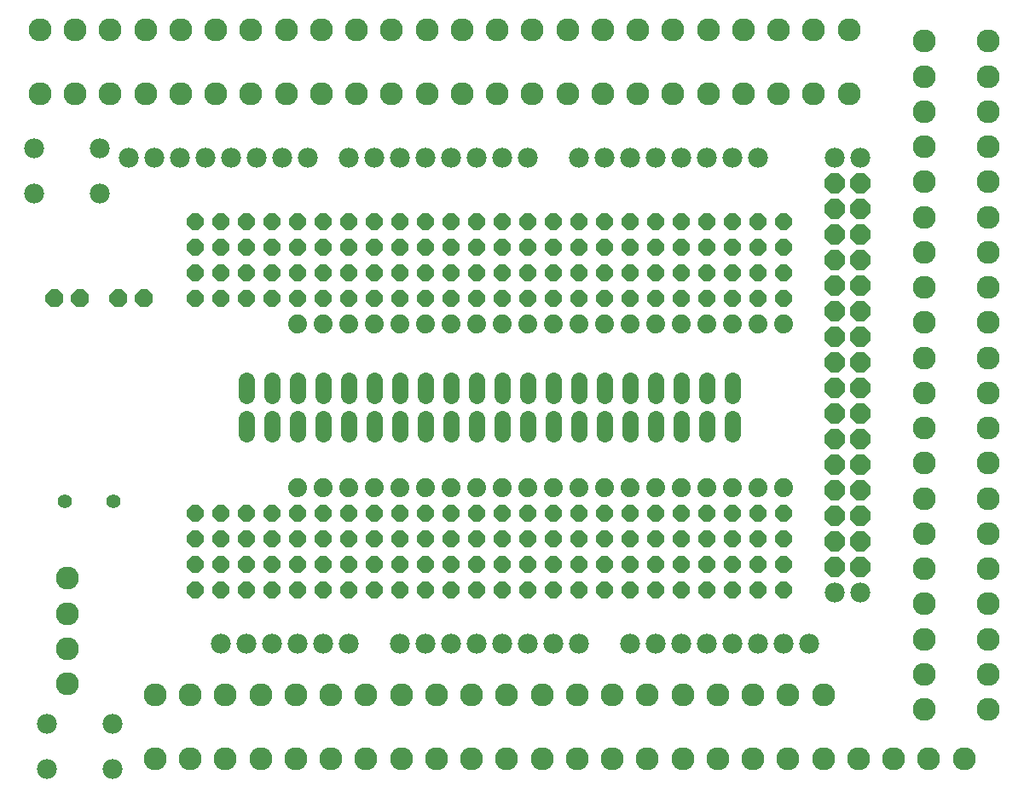
<source format=gts>
G75*
%MOIN*%
%OFA0B0*%
%FSLAX25Y25*%
%IPPOS*%
%LPD*%
%AMOC8*
5,1,8,0,0,1.08239X$1,22.5*
%
%ADD10C,0.06400*%
%ADD11C,0.09000*%
%ADD12OC8,0.06400*%
%ADD13OC8,0.07000*%
%ADD14C,0.07800*%
%ADD15OC8,0.07800*%
%ADD16C,0.07400*%
%ADD17C,0.05600*%
D10*
X0145000Y0145124D02*
X0145000Y0151124D01*
X0145000Y0160124D02*
X0145000Y0166124D01*
X0155000Y0166124D02*
X0155000Y0160124D01*
X0155000Y0151124D02*
X0155000Y0145124D01*
X0165000Y0145124D02*
X0165000Y0151124D01*
X0165000Y0160124D02*
X0165000Y0166124D01*
X0175000Y0166124D02*
X0175000Y0160124D01*
X0175000Y0151124D02*
X0175000Y0145124D01*
X0185000Y0145124D02*
X0185000Y0151124D01*
X0185000Y0160124D02*
X0185000Y0166124D01*
X0195000Y0166124D02*
X0195000Y0160124D01*
X0195000Y0151124D02*
X0195000Y0145124D01*
X0205000Y0145124D02*
X0205000Y0151124D01*
X0205000Y0160124D02*
X0205000Y0166124D01*
X0215000Y0166124D02*
X0215000Y0160124D01*
X0215000Y0151124D02*
X0215000Y0145124D01*
X0225000Y0145124D02*
X0225000Y0151124D01*
X0225000Y0160124D02*
X0225000Y0166124D01*
X0235000Y0166124D02*
X0235000Y0160124D01*
X0235000Y0151124D02*
X0235000Y0145124D01*
X0245000Y0145124D02*
X0245000Y0151124D01*
X0245000Y0160124D02*
X0245000Y0166124D01*
X0255000Y0166124D02*
X0255000Y0160124D01*
X0255000Y0151124D02*
X0255000Y0145124D01*
X0265000Y0145124D02*
X0265000Y0151124D01*
X0265000Y0160124D02*
X0265000Y0166124D01*
X0275000Y0166124D02*
X0275000Y0160124D01*
X0275000Y0151124D02*
X0275000Y0145124D01*
X0285000Y0145124D02*
X0285000Y0151124D01*
X0285000Y0160124D02*
X0285000Y0166124D01*
X0295000Y0166124D02*
X0295000Y0160124D01*
X0295000Y0151124D02*
X0295000Y0145124D01*
X0305000Y0145124D02*
X0305000Y0151124D01*
X0305000Y0160124D02*
X0305000Y0166124D01*
X0315000Y0166124D02*
X0315000Y0160124D01*
X0315000Y0151124D02*
X0315000Y0145124D01*
X0325000Y0145124D02*
X0325000Y0151124D01*
X0325000Y0160124D02*
X0325000Y0166124D01*
X0335000Y0166124D02*
X0335000Y0160124D01*
X0335000Y0151124D02*
X0335000Y0145124D01*
D11*
X0410000Y0147455D03*
X0410000Y0133794D03*
X0410000Y0120014D03*
X0410000Y0106235D03*
X0410000Y0092455D03*
X0410000Y0078794D03*
X0410000Y0065014D03*
X0410000Y0051235D03*
X0410000Y0037455D03*
X0435000Y0037455D03*
X0435000Y0051235D03*
X0435000Y0065014D03*
X0435000Y0078794D03*
X0435000Y0092455D03*
X0435000Y0106235D03*
X0435000Y0120014D03*
X0435000Y0133794D03*
X0435000Y0147455D03*
X0435000Y0161235D03*
X0435000Y0175014D03*
X0435000Y0188794D03*
X0435000Y0202455D03*
X0435000Y0216235D03*
X0435000Y0230014D03*
X0435000Y0243794D03*
X0435000Y0257455D03*
X0435000Y0271235D03*
X0435000Y0285014D03*
X0435000Y0298794D03*
X0410000Y0298794D03*
X0410000Y0285014D03*
X0410000Y0271235D03*
X0410000Y0257455D03*
X0410000Y0243794D03*
X0410000Y0230014D03*
X0410000Y0216235D03*
X0410000Y0202455D03*
X0410000Y0188794D03*
X0410000Y0175014D03*
X0410000Y0161235D03*
X0380669Y0278124D03*
X0366890Y0278124D03*
X0353110Y0278124D03*
X0339331Y0278124D03*
X0325669Y0278124D03*
X0311890Y0278124D03*
X0298110Y0278124D03*
X0284331Y0278124D03*
X0270669Y0278124D03*
X0256890Y0278124D03*
X0243110Y0278124D03*
X0229331Y0278124D03*
X0215669Y0278124D03*
X0201890Y0278124D03*
X0188110Y0278124D03*
X0174331Y0278124D03*
X0160669Y0278124D03*
X0146890Y0278124D03*
X0133110Y0278124D03*
X0119331Y0278124D03*
X0105669Y0278124D03*
X0091890Y0278124D03*
X0078110Y0278124D03*
X0064331Y0278124D03*
X0064331Y0303124D03*
X0078110Y0303124D03*
X0091890Y0303124D03*
X0105669Y0303124D03*
X0119331Y0303124D03*
X0133110Y0303124D03*
X0146890Y0303124D03*
X0160669Y0303124D03*
X0174331Y0303124D03*
X0188110Y0303124D03*
X0201890Y0303124D03*
X0215669Y0303124D03*
X0229331Y0303124D03*
X0243110Y0303124D03*
X0256890Y0303124D03*
X0270669Y0303124D03*
X0284331Y0303124D03*
X0298110Y0303124D03*
X0311890Y0303124D03*
X0325669Y0303124D03*
X0339331Y0303124D03*
X0353110Y0303124D03*
X0366890Y0303124D03*
X0380669Y0303124D03*
X0075000Y0088794D03*
X0075000Y0075014D03*
X0075000Y0061235D03*
X0075000Y0047455D03*
X0109331Y0043124D03*
X0123110Y0043124D03*
X0136890Y0043124D03*
X0150669Y0043124D03*
X0164331Y0043124D03*
X0178110Y0043124D03*
X0191890Y0043124D03*
X0205669Y0043124D03*
X0219331Y0043124D03*
X0233110Y0043124D03*
X0246890Y0043124D03*
X0260669Y0043124D03*
X0274331Y0043124D03*
X0288110Y0043124D03*
X0301890Y0043124D03*
X0315669Y0043124D03*
X0329331Y0043124D03*
X0343110Y0043124D03*
X0356890Y0043124D03*
X0370669Y0043124D03*
X0370669Y0018124D03*
X0384331Y0018124D03*
X0398110Y0018124D03*
X0411890Y0018124D03*
X0425669Y0018124D03*
X0356890Y0018124D03*
X0343110Y0018124D03*
X0329331Y0018124D03*
X0315669Y0018124D03*
X0301890Y0018124D03*
X0288110Y0018124D03*
X0274331Y0018124D03*
X0260669Y0018124D03*
X0246890Y0018124D03*
X0233110Y0018124D03*
X0219331Y0018124D03*
X0205669Y0018124D03*
X0191890Y0018124D03*
X0178110Y0018124D03*
X0164331Y0018124D03*
X0150669Y0018124D03*
X0136890Y0018124D03*
X0123110Y0018124D03*
X0109331Y0018124D03*
D12*
X0125000Y0084253D03*
X0135000Y0084253D03*
X0145000Y0084253D03*
X0155000Y0084253D03*
X0165000Y0084253D03*
X0175000Y0084253D03*
X0185000Y0084253D03*
X0195000Y0084253D03*
X0205000Y0084253D03*
X0215000Y0084253D03*
X0225000Y0084253D03*
X0235000Y0084253D03*
X0245000Y0084253D03*
X0255000Y0084253D03*
X0265000Y0084253D03*
X0275000Y0084253D03*
X0285000Y0084253D03*
X0295000Y0084253D03*
X0305000Y0084253D03*
X0315000Y0084253D03*
X0325000Y0084253D03*
X0335000Y0084253D03*
X0345000Y0084253D03*
X0355000Y0084253D03*
X0355000Y0094253D03*
X0345000Y0094253D03*
X0335000Y0094253D03*
X0325000Y0094253D03*
X0315000Y0094253D03*
X0305000Y0094253D03*
X0295000Y0094253D03*
X0285000Y0094253D03*
X0275000Y0094253D03*
X0265000Y0094253D03*
X0255000Y0094253D03*
X0245000Y0094253D03*
X0235000Y0094253D03*
X0225000Y0094253D03*
X0215000Y0094253D03*
X0205000Y0094253D03*
X0195000Y0094253D03*
X0185000Y0094253D03*
X0175000Y0094253D03*
X0165000Y0094253D03*
X0155000Y0094253D03*
X0145000Y0094253D03*
X0135000Y0094253D03*
X0125000Y0094253D03*
X0125000Y0104253D03*
X0135000Y0104253D03*
X0145000Y0104253D03*
X0155000Y0104253D03*
X0165000Y0104253D03*
X0175000Y0104253D03*
X0185000Y0104253D03*
X0195000Y0104253D03*
X0205000Y0104253D03*
X0215000Y0104253D03*
X0225000Y0104253D03*
X0235000Y0104253D03*
X0245000Y0104253D03*
X0255000Y0104253D03*
X0265000Y0104253D03*
X0275000Y0104253D03*
X0285000Y0104253D03*
X0295000Y0104253D03*
X0305000Y0104253D03*
X0315000Y0104253D03*
X0325000Y0104253D03*
X0335000Y0104253D03*
X0345000Y0104253D03*
X0355000Y0104253D03*
X0355000Y0114253D03*
X0345000Y0114253D03*
X0335000Y0114253D03*
X0325000Y0114253D03*
X0315000Y0114253D03*
X0305000Y0114253D03*
X0295000Y0114253D03*
X0285000Y0114253D03*
X0275000Y0114253D03*
X0265000Y0114253D03*
X0255000Y0114253D03*
X0245000Y0114253D03*
X0235000Y0114253D03*
X0225000Y0114253D03*
X0215000Y0114253D03*
X0205000Y0114253D03*
X0195000Y0114253D03*
X0185000Y0114253D03*
X0175000Y0114253D03*
X0165000Y0114253D03*
X0155000Y0114253D03*
X0145000Y0114253D03*
X0135000Y0114253D03*
X0125000Y0114253D03*
X0125000Y0198124D03*
X0135000Y0198124D03*
X0145000Y0198124D03*
X0155000Y0198124D03*
X0165000Y0198124D03*
X0175000Y0198124D03*
X0185000Y0198124D03*
X0195000Y0198124D03*
X0205000Y0198124D03*
X0215000Y0198124D03*
X0225000Y0198124D03*
X0235000Y0198124D03*
X0245000Y0198124D03*
X0255000Y0198124D03*
X0265000Y0198124D03*
X0275000Y0198124D03*
X0285000Y0198124D03*
X0295000Y0198124D03*
X0305000Y0198124D03*
X0315000Y0198124D03*
X0325000Y0198124D03*
X0335000Y0198124D03*
X0345000Y0198124D03*
X0355000Y0198124D03*
X0355000Y0208124D03*
X0345000Y0208124D03*
X0335000Y0208124D03*
X0325000Y0208124D03*
X0315000Y0208124D03*
X0305000Y0208124D03*
X0295000Y0208124D03*
X0285000Y0208124D03*
X0275000Y0208124D03*
X0265000Y0208124D03*
X0255000Y0208124D03*
X0245000Y0208124D03*
X0235000Y0208124D03*
X0225000Y0208124D03*
X0215000Y0208124D03*
X0205000Y0208124D03*
X0195000Y0208124D03*
X0185000Y0208124D03*
X0175000Y0208124D03*
X0165000Y0208124D03*
X0155000Y0208124D03*
X0145000Y0208124D03*
X0135000Y0208124D03*
X0125000Y0208124D03*
X0125000Y0218124D03*
X0135000Y0218124D03*
X0145000Y0218124D03*
X0155000Y0218124D03*
X0165000Y0218124D03*
X0175000Y0218124D03*
X0185000Y0218124D03*
X0195000Y0218124D03*
X0205000Y0218124D03*
X0215000Y0218124D03*
X0225000Y0218124D03*
X0235000Y0218124D03*
X0245000Y0218124D03*
X0255000Y0218124D03*
X0265000Y0218124D03*
X0275000Y0218124D03*
X0285000Y0218124D03*
X0295000Y0218124D03*
X0305000Y0218124D03*
X0315000Y0218124D03*
X0325000Y0218124D03*
X0335000Y0218124D03*
X0345000Y0218124D03*
X0355000Y0218124D03*
X0355000Y0228124D03*
X0345000Y0228124D03*
X0335000Y0228124D03*
X0325000Y0228124D03*
X0315000Y0228124D03*
X0305000Y0228124D03*
X0295000Y0228124D03*
X0285000Y0228124D03*
X0275000Y0228124D03*
X0265000Y0228124D03*
X0255000Y0228124D03*
X0245000Y0228124D03*
X0235000Y0228124D03*
X0225000Y0228124D03*
X0215000Y0228124D03*
X0205000Y0228124D03*
X0195000Y0228124D03*
X0185000Y0228124D03*
X0175000Y0228124D03*
X0165000Y0228124D03*
X0155000Y0228124D03*
X0145000Y0228124D03*
X0135000Y0228124D03*
X0125000Y0228124D03*
D13*
X0105000Y0198124D03*
X0095000Y0198124D03*
X0080000Y0198124D03*
X0070000Y0198124D03*
D14*
X0067200Y0014224D03*
X0067200Y0032024D03*
X0092800Y0032024D03*
X0092800Y0014224D03*
X0135000Y0063124D03*
X0145000Y0063124D03*
X0155000Y0063124D03*
X0165000Y0063124D03*
X0175000Y0063124D03*
X0185000Y0063124D03*
X0205000Y0063124D03*
X0215000Y0063124D03*
X0225000Y0063124D03*
X0235000Y0063124D03*
X0245000Y0063124D03*
X0255000Y0063124D03*
X0265000Y0063124D03*
X0275000Y0063124D03*
X0295000Y0063124D03*
X0305000Y0063124D03*
X0315000Y0063124D03*
X0325000Y0063124D03*
X0335000Y0063124D03*
X0345000Y0063124D03*
X0355000Y0063124D03*
X0365000Y0063124D03*
X0375000Y0083124D03*
X0385000Y0083124D03*
X0385000Y0253124D03*
X0375000Y0253124D03*
X0345000Y0253124D03*
X0335000Y0253124D03*
X0325000Y0253124D03*
X0315000Y0253124D03*
X0305000Y0253124D03*
X0295000Y0253124D03*
X0285000Y0253124D03*
X0275000Y0253124D03*
X0255000Y0253124D03*
X0245000Y0253124D03*
X0235000Y0253124D03*
X0225000Y0253124D03*
X0215000Y0253124D03*
X0205000Y0253124D03*
X0195000Y0253124D03*
X0185000Y0253124D03*
X0169000Y0253124D03*
X0159000Y0253124D03*
X0149000Y0253124D03*
X0139000Y0253124D03*
X0129000Y0253124D03*
X0119000Y0253124D03*
X0109000Y0253124D03*
X0099000Y0253124D03*
X0087800Y0257024D03*
X0087800Y0239224D03*
X0062200Y0239224D03*
X0062200Y0257024D03*
D15*
X0375000Y0243124D03*
X0385000Y0243124D03*
X0385000Y0233124D03*
X0375000Y0233124D03*
X0375000Y0223124D03*
X0385000Y0223124D03*
X0385000Y0213124D03*
X0375000Y0213124D03*
X0375000Y0203124D03*
X0385000Y0203124D03*
X0385000Y0193124D03*
X0375000Y0193124D03*
X0375000Y0183124D03*
X0385000Y0183124D03*
X0385000Y0173124D03*
X0375000Y0173124D03*
X0375000Y0163124D03*
X0385000Y0163124D03*
X0385000Y0153124D03*
X0375000Y0153124D03*
X0375000Y0143124D03*
X0385000Y0143124D03*
X0385000Y0133124D03*
X0375000Y0133124D03*
X0375000Y0123124D03*
X0385000Y0123124D03*
X0385000Y0113124D03*
X0375000Y0113124D03*
X0375000Y0103124D03*
X0385000Y0103124D03*
X0385000Y0093124D03*
X0375000Y0093124D03*
D16*
X0355000Y0124253D03*
X0345000Y0124253D03*
X0335000Y0124253D03*
X0325000Y0124253D03*
X0315000Y0124253D03*
X0305000Y0124253D03*
X0295000Y0124253D03*
X0285000Y0124253D03*
X0275000Y0124253D03*
X0265000Y0124253D03*
X0255000Y0124253D03*
X0245000Y0124253D03*
X0235000Y0124253D03*
X0225000Y0124253D03*
X0215000Y0124253D03*
X0205000Y0124253D03*
X0195000Y0124253D03*
X0185000Y0124253D03*
X0175000Y0124253D03*
X0165000Y0124253D03*
X0165000Y0188124D03*
X0175000Y0188124D03*
X0185000Y0188124D03*
X0195000Y0188124D03*
X0205000Y0188124D03*
X0215000Y0188124D03*
X0225000Y0188124D03*
X0235000Y0188124D03*
X0245000Y0188124D03*
X0255000Y0188124D03*
X0265000Y0188124D03*
X0275000Y0188124D03*
X0285000Y0188124D03*
X0295000Y0188124D03*
X0305000Y0188124D03*
X0315000Y0188124D03*
X0325000Y0188124D03*
X0335000Y0188124D03*
X0345000Y0188124D03*
X0355000Y0188124D03*
D17*
X0093041Y0118810D03*
X0074041Y0118810D03*
M02*

</source>
